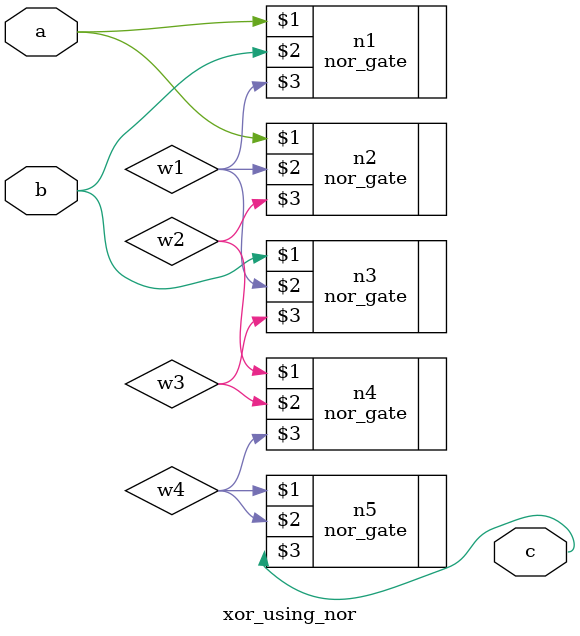
<source format=v>
`include "nor_gate.v"
module xor_using_nor(a,b,c);
input a, b;
output c;
wire w1, w2, w3, w4;

nor_gate n1(a, b, w1);
nor_gate n2(a, w1, w2);
nor_gate n3(b, w1, w3);
nor_gate n4(w2, w3, w4);
nor_gate n5(w4, w4, c);
endmodule
</source>
